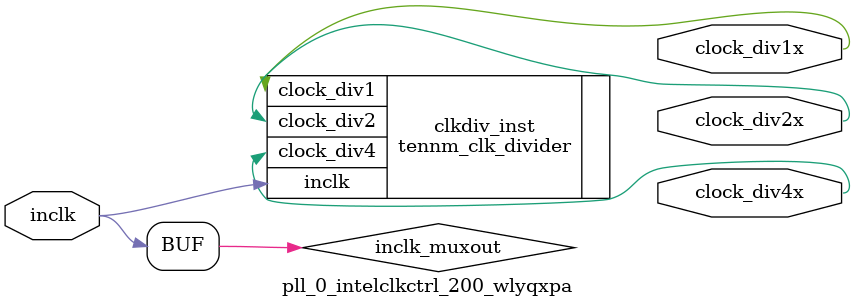
<source format=v>


`timescale 1 ps / 1 ps
// synopsys translate_on
module  pll_0_intelclkctrl_200_wlyqxpa  (
    inclk,
    clock_div1x,
    clock_div2x,
    clock_div4x
);

input inclk;
output clock_div1x;
output clock_div2x;
output clock_div4x;

wire inclk_muxout;

assign inclk_muxout = inclk;   
tennm_clk_divider clkdiv_inst (
    .inclk(inclk_muxout), 
    .clock_div1(clock_div1x),
    .clock_div2(clock_div2x),
    .clock_div4(clock_div4x)
);

endmodule



</source>
